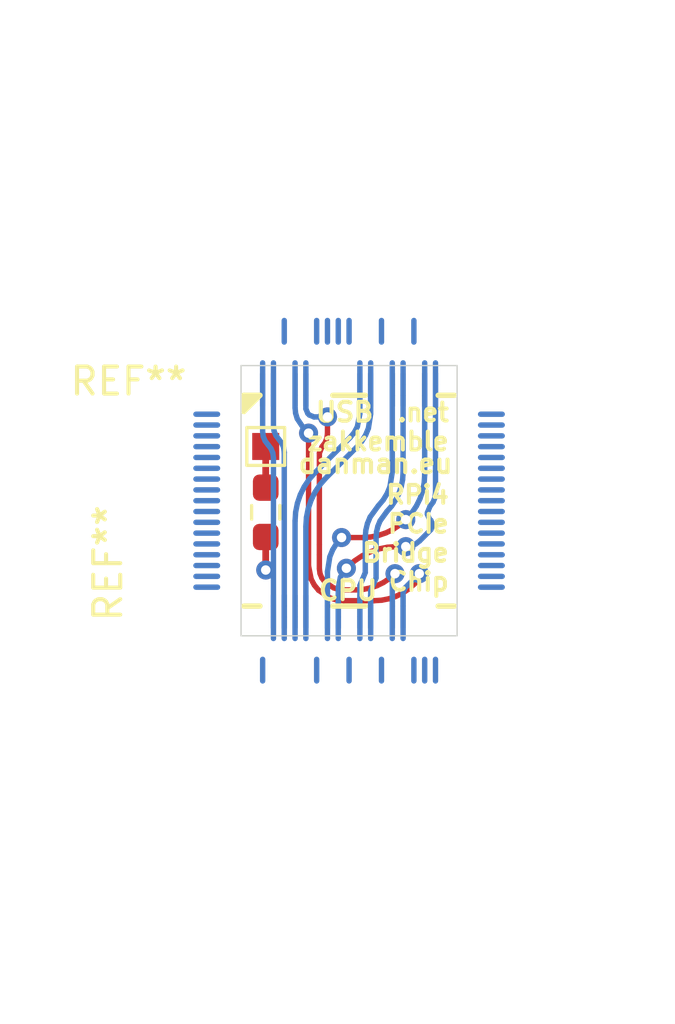
<source format=kicad_pcb>
(kicad_pcb (version 20201116) (generator pcbnew)
  (layers (0 "F.Cu" signal) (31 "B.Cu" signal) (34 "B.Paste" user) (35 "F.Paste" user) (36 "B.SilkS" user "B.Silkscreen") (37 "F.SilkS" user "F.Silkscreen") (38 "B.Mask" user) (39 "F.Mask" user) (44 "Edge.Cuts" user))
  (net 0 "")
  (net 1 "N$1")
  (net 2 "N$2")
  (net 3 "N$3")
  (net 4 "N$5")
  (net 5 "N$4")
  (net 6 "N$7")
  (net 7 "N$8")
  (net 8 "N$9")
  (net 9 "N$10")
  (net 10 "N$6")
  (net 11 "N$11")
  (net 12 "N$12")
  (footprint "TestPoint:TestPoint_Pad_1.0x1.0mm" (layer "F.Cu") (at 145.415 102.997)
    (fp_text reference "REF**" (at -5.08 -2.413) (layer "F.SilkS"))
    (fp_text value "TestPoint_Pad_1.0x1.0mm")
    (fp_line (start 0.7 -0.7) (end 0.7 0.7) (layer "F.SilkS") (width 0.12))
    (fp_line (start -0.7 -0.7) (end 0.7 -0.7) (layer "F.SilkS") (width 0.12))
    (fp_line (start 0.7 0.7) (end -0.7 0.7) (layer "F.SilkS") (width 0.12))
    (fp_line (start -0.7 0.7) (end -0.7 -0.7) (layer "F.SilkS") (width 0.12))
    (pad "1" smd rect (at 0 0) (size 1 1) (layers "F.Cu" "F.Mask"))
  )
  (footprint "" (layer "F.Cu") (at 148.59 104.648)
    (fp_text reference "@HOLE0" hide)
    (fp_text value "" (at 0 0) (layer "F.SilkS") (effects (font (size 1.27 1.27))))
    (pad "" np_thru_hole circle (at 0 0) (size 1 1) (drill 1) (layers *.Cu *.Mask))
  )
  (footprint "Resistor_SMD:R_0603_1608Metric_Pad0.98x0.95mm_HandSolder" (layer "F.Cu") (at 145.415 105.4335 90)
    (fp_text reference "REF**" (at -1.8815 -5.842 90) (layer "F.SilkS"))
    (fp_text value "R_0603_1608Metric_Pad0.98x0.95mm_HandSolder")
    (fp_line (start -0.254724 0.5225) (end 0.254724 0.5225) (layer "F.SilkS") (width 0.12))
    (fp_line (start -0.254724 -0.5225) (end 0.254724 -0.5225) (layer "F.SilkS") (width 0.12))
    (pad "1" smd roundrect (at -0.9125 0 90) (size 0.975 0.95) (layers "F.Cu" "F.Paste" "F.Mask") (net 1 "N$1"))
    (pad "2" smd roundrect (at 0.9125 0 90) (size 0.975 0.95) (layers "F.Cu" "F.Paste" "F.Mask"))
  )
  (footprint "PAD-QFN-0.4" (layer "B.Cu") (at 143.2311 107.0036 90)
    (fp_text reference "PAD14" hide)
    (fp_text value "PADQFN-0.4" hide)
    (pad "1" smd roundrect (at 0 0 90) (size 0.2 1) (layers "B.Cu" "B.Paste") (roundrect_rratio 0.5))
  )
  (footprint "PAD-QFN-0.4" (layer "B.Cu") (at 151.7011 111.2736 180)
    (fp_text reference "PAD34" hide)
    (fp_text value "PADQFN-0.4" hide)
    (pad "1" smd roundrect (at 0 0 180) (size 0.2 1) (layers "B.Cu" "B.Paste") (roundrect_rratio 0.5))
  )
  (footprint "PAD-QFN-0.4" (layer "B.Cu") (at 143.2311 103.4036 90)
    (fp_text reference "PAD5" hide)
    (fp_text value "PADQFN-0.4" hide)
    (pad "1" smd roundrect (at 0 0 90) (size 0.2 1) (layers "B.Cu" "B.Paste") (roundrect_rratio 0.5))
  )
  (footprint "PAD-QFN-0.4" (layer "B.Cu") (at 145.3011 100.3036 180)
    (fp_text reference "PAD69" hide)
    (fp_text value "PADQFN-0.4" hide)
    (pad "1" smd roundrect (at 0 0 180) (size 0.2 1) (layers "B.Cu" "B.Paste") (roundrect_rratio 0.5) (net 1 "N$1"))
  )
  (footprint "PAD-QFN-0.4" (layer "B.Cu") (at 153.7711 102.6036 90)
    (fp_text reference "PAD49" hide)
    (fp_text value "PADQFN-0.4" hide)
    (pad "1" smd roundrect (at 0 0 90) (size 0.2 1) (layers "B.Cu" "B.Paste") (roundrect_rratio 0.5))
  )
  (footprint "PAD-QFN-0.4" (layer "B.Cu") (at 148.9011 109.7036 180)
    (fp_text reference "PAD83" hide)
    (fp_text value "PADQFN-0.4" hide)
    (pad "1" smd roundrect (at 0 0 180) (size 0.2 1) (layers "B.Cu" "B.Paste") (roundrect_rratio 0.5) (net 6 "N$7"))
  )
  (footprint "PAD-QFN-0.4" (layer "B.Cu") (at 143.2311 107.8036 90)
    (fp_text reference "PAD16" hide)
    (fp_text value "PADQFN-0.4" hide)
    (pad "1" smd roundrect (at 0 0 90) (size 0.2 1) (layers "B.Cu" "B.Paste") (roundrect_rratio 0.5))
  )
  (footprint "PAD-QFN-0.4" (layer "B.Cu") (at 153.7711 105.4036 90)
    (fp_text reference "PAD42" hide)
    (fp_text value "PADQFN-0.4" hide)
    (pad "1" smd roundrect (at 0 0 90) (size 0.2 1) (layers "B.Cu" "B.Paste") (roundrect_rratio 0.5))
  )
  (footprint "PAD-QFN-0.4" (layer "B.Cu") (at 146.9011 108.9036 180)
    (fp_text reference "PAD22" hide)
    (fp_text value "PADQFN-0.4" hide)
    (pad "1" smd roundrect (at 0 0 180) (size 0.2 1) (layers "B.Cu" "B.Paste") (roundrect_rratio 0.5) (net 5 "N$4"))
  )
  (footprint "PAD-QFN-0.4" (layer "B.Cu") (at 147.7011 108.9036 180)
    (fp_text reference "PAD24" hide)
    (fp_text value "PADQFN-0.4" hide)
    (pad "1" smd roundrect (at 0 0 180) (size 0.2 1) (layers "B.Cu" "B.Paste") (roundrect_rratio 0.5) (net 8 "N$9"))
  )
  (footprint "PAD-QFN-0.4" (layer "B.Cu") (at 153.7711 105.0036 90)
    (fp_text reference "PAD43" hide)
    (fp_text value "PADQFN-0.4" hide)
    (pad "1" smd roundrect (at 0 0 90) (size 0.2 1) (layers "B.Cu" "B.Paste") (roundrect_rratio 0.5))
  )
  (footprint "PAD-QFN-0.4" (layer "B.Cu") (at 145.3011 101.1036 180)
    (fp_text reference "PAD68" hide)
    (fp_text value "PADQFN-0.4" hide)
    (pad "1" smd roundrect (at 0 0 180) (size 0.2 1) (layers "B.Cu" "B.Paste") (roundrect_rratio 0.5) (net 1 "N$1"))
  )
  (footprint "PAD-QFN-0.4" (layer "B.Cu") (at 153.7711 107.0036 90)
    (fp_text reference "PAD38" hide)
    (fp_text value "PADQFN-0.4" hide)
    (pad "1" smd roundrect (at 0 0 90) (size 0.2 1) (layers "B.Cu" "B.Paste") (roundrect_rratio 0.5))
  )
  (footprint "PAD-QFN-0.4" (layer "B.Cu") (at 145.3011 111.2736 180)
    (fp_text reference "PAD18" hide)
    (fp_text value "PADQFN-0.4" hide)
    (pad "1" smd roundrect (at 0 0 180) (size 0.2 1) (layers "B.Cu" "B.Paste") (roundrect_rratio 0.5))
  )
  (footprint "PAD-QFN-0.4" (layer "B.Cu") (at 149.7011 111.2736 180)
    (fp_text reference "PAD29" hide)
    (fp_text value "PADQFN-0.4" hide)
    (pad "1" smd roundrect (at 0 0 180) (size 0.2 1) (layers "B.Cu" "B.Paste") (roundrect_rratio 0.5))
  )
  (footprint "PAD-QFN-0.4" (layer "B.Cu") (at 147.3011 98.7336 180)
    (fp_text reference "PAD63" hide)
    (fp_text value "PADQFN-0.4" hide)
    (pad "1" smd roundrect (at 0 0 180) (size 0.2 1) (layers "B.Cu" "B.Paste") (roundrect_rratio 0.5))
  )
  (footprint "PAD-QFN-0.4" (layer "B.Cu") (at 146.5011 108.9036 180)
    (fp_text reference "PAD21" hide)
    (fp_text value "PADQFN-0.4" hide)
    (pad "1" smd roundrect (at 0 0 180) (size 0.2 1) (layers "B.Cu" "B.Paste") (roundrect_rratio 0.5) (net 3 "N$3"))
  )
  (footprint "PAD-QFN-0.4" (layer "B.Cu") (at 153.7711 106.2036 90)
    (fp_text reference "PAD40" hide)
    (fp_text value "PADQFN-0.4" hide)
    (pad "1" smd roundrect (at 0 0 90) (size 0.2 1) (layers "B.Cu" "B.Paste") (roundrect_rratio 0.5))
  )
  (footprint "PAD-QFN-0.4" (layer "B.Cu") (at 146.9011 100.3036 180)
    (fp_text reference "PAD88" hide)
    (fp_text value "PADQFN-0.4" hide)
    (pad "1" smd roundrect (at 0 0 180) (size 0.2 1) (layers "B.Cu" "B.Paste") (roundrect_rratio 0.5) (net 9 "N$10"))
  )
  (footprint "PAD-QFN-0.4" (layer "B.Cu") (at 147.3011 111.2736 180)
    (fp_text reference "PAD23" hide)
    (fp_text value "PADQFN-0.4" hide)
    (pad "1" smd roundrect (at 0 0 180) (size 0.2 1) (layers "B.Cu" "B.Paste") (roundrect_rratio 0.5))
  )
  (footprint "PAD-QFN-0.4" (layer "B.Cu") (at 143.2311 105.8036 90)
    (fp_text reference "PAD11" hide)
    (fp_text value "PADQFN-0.4" hide)
    (pad "1" smd roundrect (at 0 0 90) (size 0.2 1) (layers "B.Cu" "B.Paste") (roundrect_rratio 0.5))
  )
  (footprint "PAD-QFN-0.4" (layer "B.Cu") (at 143.2311 107.4036 90)
    (fp_text reference "PAD15" hide)
    (fp_text value "PADQFN-0.4" hide)
    (pad "1" smd roundrect (at 0 0 90) (size 0.2 1) (layers "B.Cu" "B.Paste") (roundrect_rratio 0.5))
  )
  (footprint "PAD-QFN-0.4" (layer "B.Cu") (at 153.7711 104.2036 90)
    (fp_text reference "PAD45" hide)
    (fp_text value "PADQFN-0.4" hide)
    (pad "1" smd roundrect (at 0 0 90) (size 0.2 1) (layers "B.Cu" "B.Paste") (roundrect_rratio 0.5))
  )
  (footprint "PAD-QFN-0.4" (layer "B.Cu") (at 143.2311 105.0036 90)
    (fp_text reference "PAD9" hide)
    (fp_text value "PADQFN-0.4" hide)
    (pad "1" smd roundrect (at 0 0 90) (size 0.2 1) (layers "B.Cu" "B.Paste") (roundrect_rratio 0.5))
  )
  (footprint "PAD-QFN-0.4" (layer "B.Cu") (at 150.5011 109.7036 180)
    (fp_text reference "PAD86" hide)
    (fp_text value "PADQFN-0.4" hide)
    (pad "1" smd roundrect (at 0 0 180) (size 0.2 1) (layers "B.Cu" "B.Paste") (roundrect_rratio 0.5) (net 10 "N$6"))
  )
  (footprint "PAD-QFN-0.4" (layer "B.Cu") (at 149.3011 101.1036 180)
    (fp_text reference "PAD58" hide)
    (fp_text value "PADQFN-0.4" hide)
    (pad "1" smd roundrect (at 0 0 180) (size 0.2 1) (layers "B.Cu" "B.Paste") (roundrect_rratio 0.5) (net 5 "N$4"))
  )
  (footprint "PAD-QFN-0.4" (layer "B.Cu") (at 146.9011 101.1036 180)
    (fp_text reference "PAD64" hide)
    (fp_text value "PADQFN-0.4" hide)
    (pad "1" smd roundrect (at 0 0 180) (size 0.2 1) (layers "B.Cu" "B.Paste") (roundrect_rratio 0.5) (net 9 "N$10"))
  )
  (footprint "PAD-QFN-0.4" (layer "B.Cu") (at 153.7711 103.0036 90)
    (fp_text reference "PAD48" hide)
    (fp_text value "PADQFN-0.4" hide)
    (pad "1" smd roundrect (at 0 0 90) (size 0.2 1) (layers "B.Cu" "B.Paste") (roundrect_rratio 0.5))
  )
  (footprint "PAD-QFN-0.4" (layer "B.Cu") (at 146.1011 108.9036 180)
    (fp_text reference "PAD20" hide)
    (fp_text value "PADQFN-0.4" hide)
    (pad "1" smd roundrect (at 0 0 180) (size 0.2 1) (layers "B.Cu" "B.Paste") (roundrect_rratio 0.5) (net 2 "N$2"))
  )
  (footprint "PAD-QFN-0.4" (layer "B.Cu") (at 147.7011 98.7336 180)
    (fp_text reference "PAD62" hide)
    (fp_text value "PADQFN-0.4" hide)
    (pad "1" smd roundrect (at 0 0 180) (size 0.2 1) (layers "B.Cu" "B.Paste") (roundrect_rratio 0.5) (net 12 "N$12"))
  )
  (footprint "PAD-QFN-0.4" (layer "B.Cu") (at 149.3011 100.3036 180)
    (fp_text reference "PAD72" hide)
    (fp_text value "PADQFN-0.4" hide)
    (pad "1" smd roundrect (at 0 0 180) (size 0.2 1) (layers "B.Cu" "B.Paste") (roundrect_rratio 0.5) (net 5 "N$4"))
  )
  (footprint "PAD-QFN-0.4" (layer "B.Cu") (at 143.2311 105.4036 90)
    (fp_text reference "PAD10" hide)
    (fp_text value "PADQFN-0.4" hide)
    (pad "1" smd roundrect (at 0 0 90) (size 0.2 1) (layers "B.Cu" "B.Paste") (roundrect_rratio 0.5))
  )
  (footprint "PAD-QFN-0.4" (layer "B.Cu") (at 146.1011 98.7336 180)
    (fp_text reference "PAD66" hide)
    (fp_text value "PADQFN-0.4" hide)
    (pad "1" smd roundrect (at 0 0 180) (size 0.2 1) (layers "B.Cu" "B.Paste") (roundrect_rratio 0.5))
  )
  (footprint "PAD-QFN-0.4" (layer "B.Cu") (at 148.5011 98.7336 180)
    (fp_text reference "PAD60" hide)
    (fp_text value "PADQFN-0.4" hide)
    (pad "1" smd roundrect (at 0 0 180) (size 0.2 1) (layers "B.Cu" "B.Paste") (roundrect_rratio 0.5))
  )
  (footprint "PAD-QFN-0.4" (layer "B.Cu") (at 143.2311 108.2036 90)
    (fp_text reference "PAD17" hide)
    (fp_text value "PADQFN-0.4" hide)
    (pad "1" smd roundrect (at 0 0 90) (size 0.2 1) (layers "B.Cu" "B.Paste") (roundrect_rratio 0.5))
  )
  (footprint "PAD-QFN-0.4" (layer "B.Cu") (at 153.7711 103.4036 90)
    (fp_text reference "PAD47" hide)
    (fp_text value "PADQFN-0.4" hide)
    (pad "1" smd roundrect (at 0 0 90) (size 0.2 1) (layers "B.Cu" "B.Paste") (roundrect_rratio 0.5))
  )
  (footprint "PAD-QFN-0.4" (layer "B.Cu") (at 143.2311 102.2036 90)
    (fp_text reference "PAD2" hide)
    (fp_text value "PADQFN-0.4" hide)
    (pad "1" smd roundrect (at 0 0 90) (size 0.2 1) (layers "B.Cu" "B.Paste") (roundrect_rratio 0.5))
  )
  (footprint "PAD-QFN-0.4" (layer "B.Cu") (at 146.5011 100.3036 180)
    (fp_text reference "PAD87" hide)
    (fp_text value "PADQFN-0.4" hide)
    (pad "1" smd roundrect (at 0 0 180) (size 0.2 1) (layers "B.Cu" "B.Paste") (roundrect_rratio 0.5) (net 10 "N$6"))
  )
  (footprint "PAD-QFN-0.4" (layer "B.Cu") (at 143.2311 101.8036 90)
    (fp_text reference "PAD1" hide)
    (fp_text value "PADQFN-0.4" hide)
    (pad "1" smd roundrect (at 0 0 90) (size 0.2 1) (layers "B.Cu" "B.Paste") (roundrect_rratio 0.5))
  )
  (footprint "PAD-QFN-0.4" (layer "B.Cu") (at 151.7011 100.3036 180)
    (fp_text reference "PAD76" hide)
    (fp_text value "PADQFN-0.4" hide)
    (pad "1" smd roundrect (at 0 0 180) (size 0.2 1) (layers "B.Cu" "B.Paste") (roundrect_rratio 0.5) (net 4 "N$5"))
  )
  (footprint "PAD-QFN-0.4" (layer "B.Cu") (at 150.5011 108.9036 180)
    (fp_text reference "PAD31" hide)
    (fp_text value "PADQFN-0.4" hide)
    (pad "1" smd roundrect (at 0 0 180) (size 0.2 1) (layers "B.Cu" "B.Paste") (roundrect_rratio 0.5) (net 10 "N$6"))
  )
  (footprint "PAD-QFN-0.4" (layer "B.Cu") (at 145.7011 100.3036 180)
    (fp_text reference "PAD70" hide)
    (fp_text value "PADQFN-0.4" hide)
    (pad "1" smd roundrect (at 0 0 180) (size 0.2 1) (layers "B.Cu" "B.Paste") (roundrect_rratio 0.5) (net 2 "N$2"))
  )
  (footprint "PAD-QFN-0.4" (layer "B.Cu") (at 153.7711 102.2036 90)
    (fp_text reference "PAD50" hide)
    (fp_text value "PADQFN-0.4" hide)
    (pad "1" smd roundrect (at 0 0 90) (size 0.2 1) (layers "B.Cu" "B.Paste") (roundrect_rratio 0.5))
  )
  (footprint "PAD-QFN-0.4" (layer "B.Cu") (at 143.2311 104.6036 90)
    (fp_text reference "PAD8" hide)
    (fp_text value "PADQFN-0.4" hide)
    (pad "1" smd roundrect (at 0 0 90) (size 0.2 1) (layers "B.Cu" "B.Paste") (roundrect_rratio 0.5))
  )
  (footprint "PAD-QFN-0.4" (layer "B.Cu") (at 148.1011 108.9036 180)
    (fp_text reference "PAD25" hide)
    (fp_text value "PADQFN-0.4" hide)
    (pad "1" smd roundrect (at 0 0 180) (size 0.2 1) (layers "B.Cu" "B.Paste") (roundrect_rratio 0.5) (net 4 "N$5"))
  )
  (footprint "PAD-QFN-0.4" (layer "B.Cu") (at 153.7711 107.4036 90)
    (fp_text reference "PAD37" hide)
    (fp_text value "PADQFN-0.4" hide)
    (pad "1" smd roundrect (at 0 0 90) (size 0.2 1) (layers "B.Cu" "B.Paste") (roundrect_rratio 0.5))
  )
  (footprint "PAD-QFN-0.4" (layer "B.Cu") (at 148.9011 108.9036 180)
    (fp_text reference "PAD27" hide)
    (fp_text value "PADQFN-0.4" hide)
    (pad "1" smd roundrect (at 0 0 180) (size 0.2 1) (layers "B.Cu" "B.Paste") (roundrect_rratio 0.5) (net 6 "N$7"))
  )
  (footprint "PAD-QFN-0.4" (layer "B.Cu") (at 150.1011 108.9036 180)
    (fp_text reference "PAD30" hide)
    (fp_text value "PADQFN-0.4" hide)
    (pad "1" smd roundrect (at 0 0 180) (size 0.2 1) (layers "B.Cu" "B.Paste") (roundrect_rratio 0.5) (net 9 "N$10"))
  )
  (footprint "PAD-QFN-0.4" (layer "B.Cu") (at 148.1011 98.7336 180)
    (fp_text reference "PAD61" hide)
    (fp_text value "PADQFN-0.4" hide)
    (pad "1" smd roundrect (at 0 0 180) (size 0.2 1) (layers "B.Cu" "B.Paste") (roundrect_rratio 0.5) (net 11 "N$11"))
  )
  (footprint "PAD-QFN-0.4" (layer "B.Cu") (at 149.3011 109.7036 180)
    (fp_text reference "PAD84" hide)
    (fp_text value "PADQFN-0.4" hide)
    (pad "1" smd roundrect (at 0 0 180) (size 0.2 1) (layers "B.Cu" "B.Paste") (roundrect_rratio 0.5) (net 7 "N$8"))
  )
  (footprint "PAD-QFN-0.4" (layer "B.Cu") (at 143.2311 102.6036 90)
    (fp_text reference "PAD3" hide)
    (fp_text value "PADQFN-0.4" hide)
    (pad "1" smd roundrect (at 0 0 90) (size 0.2 1) (layers "B.Cu" "B.Paste") (roundrect_rratio 0.5))
  )
  (footprint "PAD-QFN-0.4" (layer "B.Cu") (at 143.2311 103.8036 90)
    (fp_text reference "PAD6" hide)
    (fp_text value "PADQFN-0.4" hide)
    (pad "1" smd roundrect (at 0 0 90) (size 0.2 1) (layers "B.Cu" "B.Paste") (roundrect_rratio 0.5))
  )
  (footprint "PAD-QFN-0.4" (layer "B.Cu") (at 149.7011 98.7336 180)
    (fp_text reference "PAD57" hide)
    (fp_text value "PADQFN-0.4" hide)
    (pad "1" smd roundrect (at 0 0 180) (size 0.2 1) (layers "B.Cu" "B.Paste") (roundrect_rratio 0.5))
  )
  (footprint "PAD-QFN-0.4" (layer "B.Cu") (at 147.7011 109.7036 180)
    (fp_text reference "PAD81" hide)
    (fp_text value "PADQFN-0.4" hide)
    (pad "1" smd roundrect (at 0 0 180) (size 0.2 1) (layers "B.Cu" "B.Paste") (roundrect_rratio 0.5) (net 8 "N$9"))
  )
  (footprint "PAD-QFN-0.4" (layer "B.Cu") (at 148.5011 111.2736 180)
    (fp_text reference "PAD26" hide)
    (fp_text value "PADQFN-0.4" hide)
    (pad "1" smd roundrect (at 0 0 180) (size 0.2 1) (layers "B.Cu" "B.Paste") (roundrect_rratio 0.5))
  )
  (footprint "PAD-QFN-0.4" (layer "B.Cu") (at 153.7711 101.8036 90)
    (fp_text reference "PAD51" hide)
    (fp_text value "PADQFN-0.4" hide)
    (pad "1" smd roundrect (at 0 0 90) (size 0.2 1) (layers "B.Cu" "B.Paste") (roundrect_rratio 0.5))
  )
  (footprint "PAD-QFN-0.4" (layer "B.Cu") (at 146.1011 109.7036 180)
    (fp_text reference "PAD78" hide)
    (fp_text value "PADQFN-0.4" hide)
    (pad "1" smd roundrect (at 0 0 180) (size 0.2 1) (layers "B.Cu" "B.Paste") (roundrect_rratio 0.5) (net 2 "N$2"))
  )
  (footprint "PAD-QFN-0.4" (layer "B.Cu") (at 145.7011 108.9036 180)
    (fp_text reference "PAD19" hide)
    (fp_text value "PADQFN-0.4" hide)
    (pad "1" smd roundrect (at 0 0 180) (size 0.2 1) (layers "B.Cu" "B.Paste") (roundrect_rratio 0.5) (net 1 "N$1"))
  )
  (footprint "PAD-QFN-0.4" (layer "B.Cu") (at 150.5011 100.3036 180)
    (fp_text reference "PAD74" hide)
    (fp_text value "PADQFN-0.4" hide)
    (pad "1" smd roundrect (at 0 0 180) (size 0.2 1) (layers "B.Cu" "B.Paste") (roundrect_rratio 0.5) (net 7 "N$8"))
  )
  (footprint "PAD-QFN-0.4" (layer "B.Cu") (at 151.3011 111.2736 180)
    (fp_text reference "PAD33" hide)
    (fp_text value "PADQFN-0.4" hide)
    (pad "1" smd roundrect (at 0 0 180) (size 0.2 1) (layers "B.Cu" "B.Paste") (roundrect_rratio 0.5))
  )
  (footprint "PAD-QFN-0.4" (layer "B.Cu") (at 151.3011 100.3036 180)
    (fp_text reference "PAD75" hide)
    (fp_text value "PADQFN-0.4" hide)
    (pad "1" smd roundrect (at 0 0 180) (size 0.2 1) (layers "B.Cu" "B.Paste") (roundrect_rratio 0.5) (net 8 "N$9"))
  )
  (footprint "PAD-QFN-0.4" (layer "B.Cu") (at 145.7011 109.7036 180)
    (fp_text reference "PAD77" hide)
    (fp_text value "PADQFN-0.4" hide)
    (pad "1" smd roundrect (at 0 0 180) (size 0.2 1) (layers "B.Cu" "B.Paste") (roundrect_rratio 0.5) (net 1 "N$1"))
  )
  (footprint "PAD-QFN-0.4" (layer "B.Cu") (at 146.9011 109.7036 180)
    (fp_text reference "PAD80" hide)
    (fp_text value "PADQFN-0.4" hide)
    (pad "1" smd roundrect (at 0 0 180) (size 0.2 1) (layers "B.Cu" "B.Paste") (roundrect_rratio 0.5) (net 5 "N$4"))
  )
  (footprint "PAD-QFN-0.4" (layer "B.Cu") (at 146.5011 109.7036 180)
    (fp_text reference "PAD79" hide)
    (fp_text value "PADQFN-0.4" hide)
    (pad "1" smd roundrect (at 0 0 180) (size 0.2 1) (layers "B.Cu" "B.Paste") (roundrect_rratio 0.5) (net 3 "N$3"))
  )
  (footprint "PAD-QFN-0.4" (layer "B.Cu") (at 150.1011 101.1036 180)
    (fp_text reference "PAD56" hide)
    (fp_text value "PADQFN-0.4" hide)
    (pad "1" smd roundrect (at 0 0 180) (size 0.2 1) (layers "B.Cu" "B.Paste") (roundrect_rratio 0.5) (net 6 "N$7"))
  )
  (footprint "PAD-QFN-0.4" (layer "B.Cu") (at 149.3011 108.9036 180)
    (fp_text reference "PAD28" hide)
    (fp_text value "PADQFN-0.4" hide)
    (pad "1" smd roundrect (at 0 0 180) (size 0.2 1) (layers "B.Cu" "B.Paste") (roundrect_rratio 0.5) (net 7 "N$8"))
  )
  (footprint "PAD-QFN-0.4" (layer "B.Cu") (at 143.2311 106.6036 90)
    (fp_text reference "PAD13" hide)
    (fp_text value "PADQFN-0.4" hide)
    (pad "1" smd roundrect (at 0 0 90) (size 0.2 1) (layers "B.Cu" "B.Paste") (roundrect_rratio 0.5))
  )
  (footprint "PAD-QFN-0.4" (layer "B.Cu") (at 151.7011 101.1036 180)
    (fp_text reference "PAD52" hide)
    (fp_text value "PADQFN-0.4" hide)
    (pad "1" smd roundrect (at 0 0 180) (size 0.2 1) (layers "B.Cu" "B.Paste") (roundrect_rratio 0.5) (net 4 "N$5"))
  )
  (footprint "PAD-QFN-0.4" (layer "B.Cu") (at 148.9011 101.1036 180)
    (fp_text reference "PAD59" hide)
    (fp_text value "PADQFN-0.4" hide)
    (pad "1" smd roundrect (at 0 0 180) (size 0.2 1) (layers "B.Cu" "B.Paste") (roundrect_rratio 0.5) (net 3 "N$3"))
  )
  (footprint "PAD-QFN-0.4" (layer "B.Cu") (at 150.9011 111.2736 180)
    (fp_text reference "PAD32" hide)
    (fp_text value "PADQFN-0.4" hide)
    (pad "1" smd roundrect (at 0 0 180) (size 0.2 1) (layers "B.Cu" "B.Paste") (roundrect_rratio 0.5))
  )
  (footprint "PAD-QFN-0.4" (layer "B.Cu") (at 148.9011 100.3036 180)
    (fp_text reference "PAD71" hide)
    (fp_text value "PADQFN-0.4" hide)
    (pad "1" smd roundrect (at 0 0 180) (size 0.2 1) (layers "B.Cu" "B.Paste") (roundrect_rratio 0.5) (net 3 "N$3"))
  )
  (footprint "PAD-QFN-0.4" (layer "B.Cu") (at 150.5011 101.1036 180)
    (fp_text reference "PAD55" hide)
    (fp_text value "PADQFN-0.4" hide)
    (pad "1" smd roundrect (at 0 0 180) (size 0.2 1) (layers "B.Cu" "B.Paste") (roundrect_rratio 0.5) (net 7 "N$8"))
  )
  (footprint "PAD-QFN-0.4" (layer "B.Cu") (at 153.7711 107.8036 90)
    (fp_text reference "PAD36" hide)
    (fp_text value "PADQFN-0.4" hide)
    (pad "1" smd roundrect (at 0 0 90) (size 0.2 1) (layers "B.Cu" "B.Paste") (roundrect_rratio 0.5))
  )
  (footprint "PAD-QFN-0.4" (layer "B.Cu") (at 150.1011 100.3036 180)
    (fp_text reference "PAD73" hide)
    (fp_text value "PADQFN-0.4" hide)
    (pad "1" smd roundrect (at 0 0 180) (size 0.2 1) (layers "B.Cu" "B.Paste") (roundrect_rratio 0.5) (net 6 "N$7"))
  )
  (footprint "PAD-QFN-0.4" (layer "B.Cu") (at 150.9011 98.7336 180)
    (fp_text reference "PAD54" hide)
    (fp_text value "PADQFN-0.4" hide)
    (pad "1" smd roundrect (at 0 0 180) (size 0.2 1) (layers "B.Cu" "B.Paste") (roundrect_rratio 0.5))
  )
  (footprint "PAD-QFN-0.4" (layer "B.Cu") (at 153.7711 106.6036 90)
    (fp_text reference "PAD39" hide)
    (fp_text value "PADQFN-0.4" hide)
    (pad "1" smd roundrect (at 0 0 90) (size 0.2 1) (layers "B.Cu" "B.Paste") (roundrect_rratio 0.5))
  )
  (footprint "PAD-QFN-0.4" (layer "B.Cu") (at 146.5011 101.1036 180)
    (fp_text reference "PAD65" hide)
    (fp_text value "PADQFN-0.4" hide)
    (pad "1" smd roundrect (at 0 0 180) (size 0.2 1) (layers "B.Cu" "B.Paste") (roundrect_rratio 0.5) (net 10 "N$6"))
  )
  (footprint "PAD-QFN-0.4" (layer "B.Cu") (at 148.1011 109.7036 180)
    (fp_text reference "PAD82" hide)
    (fp_text value "PADQFN-0.4" hide)
    (pad "1" smd roundrect (at 0 0 180) (size 0.2 1) (layers "B.Cu" "B.Paste") (roundrect_rratio 0.5) (net 4 "N$5"))
  )
  (footprint "PAD-QFN-0.4" (layer "B.Cu") (at 143.2311 104.2036 90)
    (fp_text reference "PAD7" hide)
    (fp_text value "PADQFN-0.4" hide)
    (pad "1" smd roundrect (at 0 0 90) (size 0.2 1) (layers "B.Cu" "B.Paste") (roundrect_rratio 0.5))
  )
  (footprint "PAD-QFN-0.4" (layer "B.Cu") (at 143.2311 103.0036 90)
    (fp_text reference "PAD4" hide)
    (fp_text value "PADQFN-0.4" hide)
    (pad "1" smd roundrect (at 0 0 90) (size 0.2 1) (layers "B.Cu" "B.Paste") (roundrect_rratio 0.5))
  )
  (footprint "PAD-QFN-0.4" (layer "B.Cu") (at 151.3011 101.1036 180)
    (fp_text reference "PAD53" hide)
    (fp_text value "PADQFN-0.4" hide)
    (pad "1" smd roundrect (at 0 0 180) (size 0.2 1) (layers "B.Cu" "B.Paste") (roundrect_rratio 0.5) (net 8 "N$9"))
  )
  (footprint "PAD-QFN-0.4" (layer "B.Cu") (at 150.1011 109.7036 180)
    (fp_text reference "PAD85" hide)
    (fp_text value "PADQFN-0.4" hide)
    (pad "1" smd roundrect (at 0 0 180) (size 0.2 1) (layers "B.Cu" "B.Paste") (roundrect_rratio 0.5) (net 9 "N$10"))
  )
  (footprint "PAD-QFN-0.4" (layer "B.Cu") (at 153.7711 108.2036 90)
    (fp_text reference "PAD35" hide)
    (fp_text value "PADQFN-0.4" hide)
    (pad "1" smd roundrect (at 0 0 90) (size 0.2 1) (layers "B.Cu" "B.Paste") (roundrect_rratio 0.5))
  )
  (footprint "PAD-QFN-0.4" (layer "B.Cu") (at 153.7711 104.6036 90)
    (fp_text reference "PAD44" hide)
    (fp_text value "PADQFN-0.4" hide)
    (pad "1" smd roundrect (at 0 0 90) (size 0.2 1) (layers "B.Cu" "B.Paste") (roundrect_rratio 0.5))
  )
  (footprint "PAD-QFN-0.4" (layer "B.Cu") (at 145.7011 101.1036 180)
    (fp_text reference "PAD67" hide)
    (fp_text value "PADQFN-0.4" hide)
    (pad "1" smd roundrect (at 0 0 180) (size 0.2 1) (layers "B.Cu" "B.Paste") (roundrect_rratio 0.5) (net 2 "N$2"))
  )
  (footprint "PAD-QFN-0.4" (layer "B.Cu") (at 153.7711 105.8036 90)
    (fp_text reference "PAD41" hide)
    (fp_text value "PADQFN-0.4" hide)
    (pad "1" smd roundrect (at 0 0 90) (size 0.2 1) (layers "B.Cu" "B.Paste") (roundrect_rratio 0.5))
  )
  (footprint "PAD-QFN-0.4" (layer "B.Cu") (at 153.7711 103.8036 90)
    (fp_text reference "PAD46" hide)
    (fp_text value "PADQFN-0.4" hide)
    (pad "1" smd roundrect (at 0 0 90) (size 0.2 1) (layers "B.Cu" "B.Paste") (roundrect_rratio 0.5))
  )
  (footprint "PAD-QFN-0.4" (layer "B.Cu") (at 143.2311 106.2036 90)
    (fp_text reference "PAD12" hide)
    (fp_text value "PADQFN-0.4" hide)
    (pad "1" smd roundrect (at 0 0 90) (size 0.2 1) (layers "B.Cu" "B.Paste") (roundrect_rratio 0.5))
  )
  (gr_line (start 149.1011 101.1036) (end 147.9011 101.1036) (layer "F.SilkS") (width 0.2))
  (gr_line (start 144.6011 101.7036) (end 145.2011 101.1036) (layer "F.SilkS") (width 0.2))
  (gr_line (start 145.2011 108.9036) (end 144.6011 108.9036) (layer "F.SilkS") (width 0.2))
  (gr_line (start 144.7011 101.4036) (end 144.9011 101.2036) (layer "F.SilkS") (width 0.2))
  (gr_line (start 145.2011 101.1036) (end 144.6011 101.1036) (layer "F.SilkS") (width 0.2))
  (gr_line (start 152.4011 108.9036) (end 151.8011 108.9036) (layer "F.SilkS") (width 0.2))
  (gr_line (start 144.9011 101.2036) (end 144.7011 101.2036) (layer "F.SilkS") (width 0.2))
  (gr_line (start 144.6011 101.1036) (end 144.6011 101.7036) (layer "F.SilkS") (width 0.2))
  (gr_line (start 149.1011 108.9036) (end 147.9011 108.9036) (layer "F.SilkS") (width 0.2))
  (gr_line (start 144.6011 101.1036) (end 144.7011 101.4036) (layer "F.SilkS") (width 0.2))
  (gr_line (start 152.4011 101.1036) (end 151.8011 101.1036) (layer "F.SilkS") (width 0.2))
  (gr_line (start 144.5011 100.0036) (end 152.5011 100.0036) (layer "Edge.Cuts") (width 0.05))
  (gr_line (start 144.5011 110.0036) (end 152.5011 110.0036) (layer "Edge.Cuts") (width 0.05))
  (gr_line (start 152.5011 100.0036) (end 152.5011 110.0036) (layer "Edge.Cuts") (width 0.05))
  (gr_line (start 144.5011 110.0036) (end 144.5011 100.0036) (layer "Edge.Cuts") (width 0.05))
  (gr_text ".net\nzakkemble" (at 152.273 101.346) (layer "F.SilkS") (effects (font (size 0.666496 0.666496) (thickness 0.146304)) (justify right top)))
  (gr_text "danman.eu\n" (at 149.479 103.632) (layer "F.SilkS") (effects (font (size 0.7 0.7))))
  (gr_text "RPi4\nPCIe\nBridge\nChip" (at 152.273 104.394) (layer "F.SilkS") (effects (font (size 0.666496 0.666496) (thickness 0.146304)) (justify right top)))
  (gr_text "USB" (at 148.336 101.727) (layer "F.SilkS") (effects (font (size 0.7 0.7))))
  (gr_text "CPU" (at 148.463 108.331) (layer "F.SilkS") (effects (font (size 0.7 0.7))))
  (segment (start 145.415 104.521) (end 145.415 102.997) (width 0.25) (layer "F.Cu") (net 0))
  (segment (start 145.415 107.569) (end 145.415 106.346) (width 0.25) (layer "F.Cu") (net 1))
  (via (at 145.415 107.569) (size 0.7056) (drill 0.35) (layers "F.Cu" "B.Cu") (net 1))
  (segment (start 145.7011 109.7036) (end 145.7011 108.9036) (width 0.2) (layer "B.Cu") (net 1))
  (segment (start 145.3011 102.450757) (end 145.3011 101.1036) (width 0.2) (layer "B.Cu") (net 1))
  (segment (start 145.3011 100.3036) (end 145.3011 101.1036) (width 0.2) (layer "B.Cu") (net 1))
  (segment (start 145.5011 102.9336) (end 145.392584 102.792178) (width 0.2) (layer "B.Cu") (net 1))
  (segment (start 145.392584 102.792178) (end 145.324368 102.62749) (width 0.2) (layer "B.Cu") (net 1))
  (segment (start 145.5011 102.9336) (end 145.5011 102.9336) (width 0.2) (layer "B.Cu") (net 1))
  (segment (start 145.7011 108.9036) (end 145.7011 103.416444) (width 0.2) (layer "B.Cu") (net 1))
  (segment (start 145.677833 103.239711) (end 145.609616 103.075022) (width 0.2) (layer "B.Cu") (net 1))
  (segment (start 145.7011 103.416444) (end 145.7011 103.416445) (width 0.2) (layer "B.Cu") (net 1))
  (segment (start 145.7011 103.416445) (end 145.677833 103.239711) (width 0.2) (layer "B.Cu") (net 1))
  (segment (start 145.609616 103.075022) (end 145.5011 102.9336) (width 0.2) (layer "B.Cu") (net 1))
  (segment (start 145.324368 102.62749) (end 145.3011 102.450757) (width 0.2) (layer "B.Cu") (net 1))
  (segment (start 145.724368 102.42749) (end 145.7011 102.250757) (width 0.2) (layer "B.Cu") (net 2))
  (segment (start 146.077833 103.039711) (end 146.009616 102.875022) (width 0.2) (layer "B.Cu") (net 2))
  (segment (start 145.7011 100.3036) (end 145.7011 101.1036) (width 0.2) (layer "B.Cu") (net 2))
  (segment (start 146.009616 102.875022) (end 145.9011 102.7336) (width 0.2) (layer "B.Cu") (net 2))
  (segment (start 146.1011 103.216444) (end 146.1011 103.216445) (width 0.2) (layer "B.Cu") (net 2))
  (segment (start 145.7011 102.250757) (end 145.7011 101.1036) (width 0.2) (layer "B.Cu") (net 2))
  (segment (start 145.9011 102.7336) (end 145.792584 102.592178) (width 0.2) (layer "B.Cu") (net 2))
  (segment (start 146.1011 108.9036) (end 146.1011 103.216444) (width 0.2) (layer "B.Cu") (net 2))
  (segment (start 145.792584 102.592178) (end 145.724368 102.42749) (width 0.2) (layer "B.Cu") (net 2))
  (segment (start 146.1011 109.7036) (end 146.1011 108.9036) (width 0.2) (layer "B.Cu") (net 2))
  (segment (start 145.9011 102.7336) (end 145.9011 102.7336) (width 0.2) (layer "B.Cu") (net 2))
  (segment (start 146.1011 103.216445) (end 146.077833 103.039711) (width 0.2) (layer "B.Cu") (net 2))
  (segment (start 146.694447 104.783687) (end 146.841397 104.485702) (width 0.2) (layer "B.Cu") (net 3))
  (segment (start 146.5011 109.7036) (end 146.5011 108.9036) (width 0.2) (layer "B.Cu") (net 3))
  (segment (start 148.539993 102.664707) (end 148.539993 102.664708) (width 0.2) (layer "B.Cu") (net 3))
  (segment (start 147.025984 104.209448) (end 147.24505 103.95965) (width 0.2) (layer "B.Cu") (net 3))
  (segment (start 148.9011 100.3036) (end 148.9011 101.1036) (width 0.2) (layer "B.Cu") (net 3))
  (segment (start 146.5011 108.9036) (end 146.5011 105.755704) (width 0.2) (layer "B.Cu") (net 3))
  (segment (start 146.5011 105.755704) (end 146.52283 105.424167) (width 0.2) (layer "B.Cu") (net 3))
  (segment (start 148.807251 102.264728) (end 148.9011 101.792919) (width 0.2) (layer "B.Cu") (net 3))
  (segment (start 146.587649 105.098302) (end 146.694447 104.783687) (width 0.2) (layer "B.Cu") (net 3))
  (segment (start 146.5011 105.755704) (end 146.5011 105.755704) (width 0.2) (layer "B.Cu") (net 3))
  (segment (start 147.24505 103.95965) (end 148.539993 102.664707) (width 0.2) (layer "B.Cu") (net 3))
  (segment (start 148.693319 102.477879) (end 148.807251 102.264728) (width 0.2) (layer "B.Cu") (net 3))
  (segment (start 148.539993 102.664708) (end 148.693319 102.477879) (width 0.2) (layer "B.Cu") (net 3))
  (segment (start 146.52283 105.424167) (end 146.587649 105.098302) (width 0.2) (layer "B.Cu") (net 3))
  (segment (start 146.841397 104.485702) (end 147.025984 104.209448) (width 0.2) (layer "B.Cu") (net 3))
  (segment (start 148.9011 101.792919) (end 148.9011 101.1036) (width 0.2) (layer "B.Cu") (net 3))
  (segment (start 148.45715 107.44755) (end 148.45715 107.44755) (width 0.2) (layer "F.Cu") (net 4))
  (segment (start 148.983202 107.043896) (end 149.281186 106.896947) (width 0.2) (layer "F.Cu") (net 4))
  (segment (start 148.45715 107.44755) (end 148.706947 107.228484) (width 0.2) (layer "F.Cu") (net 4))
  (segment (start 149.281186 106.896947) (end 149.595802 106.790149) (width 0.2) (layer "F.Cu") (net 4))
  (segment (start 150.253203 106.7036) (end 150.6011 106.7036) (width 0.2) (layer "F.Cu") (net 4))
  (segment (start 148.706947 107.228484) (end 148.983202 107.043896) (width 0.2) (layer "F.Cu") (net 4))
  (segment (start 148.4011 107.5036) (end 148.45715 107.44755) (width 0.2) (layer "F.Cu") (net 4))
  (segment (start 149.921666 106.725331) (end 150.253203 106.7036) (width 0.2) (layer "F.Cu") (net 4))
  (segment (start 149.595802 106.790149) (end 149.921666 106.725331) (width 0.2) (layer "F.Cu") (net 4))
  (via (at 148.4011 107.5036) (size 0.7056) (drill 0.35) (layers "F.Cu" "B.Cu") (net 4))
  (via (at 150.6011 106.7036) (size 0.7056) (drill 0.35) (layers "F.Cu" "B.Cu") (net 4))
  (segment (start 148.179067 107.835896) (end 148.1011 108.227866) (width 0.2) (layer "B.Cu") (net 4))
  (segment (start 151.53039 105.732891) (end 151.53039 105.732891) (width 0.2) (layer "B.Cu") (net 4))
  (segment (start 151.4011 105.445022) (end 151.4011 105.5036) (width 0.2) (layer "B.Cu") (net 4))
  (segment (start 151.677833 104.89749) (end 151.609617 105.062179) (width 0.2) (layer "B.Cu") (net 4))
  (segment (start 151.53039 106.07431) (end 151.113234 106.491466) (width 0.2) (layer "B.Cu") (net 4))
  (segment (start 151.4011 105.503601) (end 151.471809 105.67431) (width 0.2) (layer "B.Cu") (net 4))
  (segment (start 151.7011 104.720757) (end 151.677833 104.89749) (width 0.2) (layer "B.Cu") (net 4))
  (segment (start 148.4011 107.5036) (end 148.4011 107.5036) (width 0.2) (layer "B.Cu") (net 4))
  (segment (start 151.5011 105.2036) (end 151.5011 105.2036) (width 0.2) (layer "B.Cu") (net 4))
  (segment (start 151.7011 104.720757) (end 151.7011 104.720757) (width 0.2) (layer "B.Cu") (net 4))
  (segment (start 151.5011 105.2036) (end 151.4011 105.445022) (width 0.2) (layer "B.Cu") (net 4))
  (segment (start 151.7011 100.3036) (end 151.7011 101.1036) (width 0.2) (layer "B.Cu") (net 4))
  (segment (start 151.113234 106.491466) (end 151.113234 106.491466) (width 0.2) (layer "B.Cu") (net 4))
  (segment (start 150.963234 106.606566) (end 150.788554 106.678921) (width 0.2) (layer "B.Cu") (net 4))
  (segment (start 148.273719 107.658814) (end 148.179067 107.835896) (width 0.2) (layer "B.Cu") (net 4))
  (segment (start 150.788554 106.678921) (end 150.6011 106.7036) (width 0.2) (layer "B.Cu") (net 4))
  (segment (start 148.1011 109.7036) (end 148.1011 108.9036) (width 0.2) (layer "B.Cu") (net 4))
  (segment (start 148.4011 107.5036) (end 148.273719 107.658814) (width 0.2) (layer "B.Cu") (net 4))
  (segment (start 151.471809 105.67431) (end 151.53039 105.732891) (width 0.2) (layer "B.Cu") (net 4))
  (segment (start 151.609617 105.062179) (end 151.5011 105.2036) (width 0.2) (layer "B.Cu") (net 4))
  (segment (start 151.6011 105.9036) (end 151.6011 105.9036) (width 0.2) (layer "B.Cu") (net 4))
  (segment (start 148.1011 108.227866) (end 148.1011 108.9036) (width 0.2) (layer "B.Cu") (net 4))
  (segment (start 151.53039 105.732891) (end 151.6011 105.9036) (width 0.2) (layer "B.Cu") (net 4))
  (segment (start 151.4011 105.5036) (end 151.4011 105.503601) (width 0.2) (layer "B.Cu") (net 4))
  (segment (start 151.113234 106.491466) (end 150.963234 106.606566) (width 0.2) (layer "B.Cu") (net 4))
  (segment (start 151.6011 105.9036) (end 151.53039 106.07431) (width 0.2) (layer "B.Cu") (net 4))
  (segment (start 151.7011 101.1036) (end 151.7011 104.720757) (width 0.2) (layer "B.Cu") (net 4))
  (segment (start 149.3011 100.3036) (end 149.3011 101.1036) (width 0.2) (layer "B.Cu") (net 5))
  (segment (start 147.094447 104.983687) (end 147.241397 104.685702) (width 0.2) (layer "B.Cu") (net 5))
  (segment (start 146.9011 105.955704) (end 146.92283 105.624167) (width 0.2) (layer "B.Cu") (net 5))
  (segment (start 147.241397 104.685702) (end 147.425984 104.409448) (width 0.2) (layer "B.Cu") (net 5))
  (segment (start 147.425984 104.409448) (end 147.64505 104.15965) (width 0.2) (layer "B.Cu") (net 5))
  (segment (start 146.9011 109.7036) (end 146.9011 108.9036) (width 0.2) (layer "B.Cu") (net 5))
  (segment (start 146.9011 106.0036) (end 146.9011 105.955704) (width 0.2) (layer "B.Cu") (net 5))
  (segment (start 148.798571 103.006129) (end 148.79857 103.00613) (width 0.2) (layer "B.Cu") (net 5))
  (segment (start 146.987649 105.298302) (end 147.094447 104.983687) (width 0.2) (layer "B.Cu") (net 5))
  (segment (start 149.3011 101.792919) (end 149.3011 101.1036) (width 0.2) (layer "B.Cu") (net 5))
  (segment (start 147.64505 104.15965) (end 148.798571 103.006129) (width 0.2) (layer "B.Cu") (net 5))
  (segment (start 146.9011 105.955704) (end 146.9011 105.955704) (width 0.2) (layer "B.Cu") (net 5))
  (segment (start 148.973422 102.801405) (end 149.114095 102.571848) (width 0.2) (layer "B.Cu") (net 5))
  (segment (start 146.92283 105.624167) (end 146.987649 105.298302) (width 0.2) (layer "B.Cu") (net 5))
  (segment (start 146.9011 108.9036) (end 146.9011 106.0036) (width 0.2) (layer "B.Cu") (net 5))
  (segment (start 149.217125 102.323112) (end 149.3011 101.792919) (width 0.2) (layer "B.Cu") (net 5))
  (segment (start 149.114095 102.571848) (end 149.217125 102.323112) (width 0.2) (layer "B.Cu") (net 5))
  (segment (start 148.79857 103.00613) (end 148.973422 102.801405) (width 0.2) (layer "B.Cu") (net 5))
  (segment (start 150.014206 104.486836) (end 150.1011 103.93821) (width 0.2) (layer "B.Cu") (net 6))
  (segment (start 148.9011 109.7036) (end 148.9011 108.9036) (width 0.2) (layer "B.Cu") (net 6))
  (segment (start 149.907594 104.74422) (end 150.014206 104.486836) (width 0.2) (layer "B.Cu") (net 6))
  (segment (start 149.5811 105.1936) (end 149.76203 104.981758) (width 0.2) (layer "B.Cu") (net 6))
  (segment (start 150.1011 103.93821) (end 150.1011 101.1036) (width 0.2) (layer "B.Cu") (net 6))
  (segment (start 148.9011 108.145022) (end 148.9011 108.145022) (width 0.2) (layer "B.Cu") (net 6))
  (segment (start 150.1011 100.3036) (end 150.1011 101.1036) (width 0.2) (layer "B.Cu") (net 6))
  (segment (start 149.18131 105.845998) (end 149.279721 105.608413) (width 0.2) (layer "B.Cu") (net 6))
  (segment (start 149.0011 107.9036) (end 149.1011 107.662179) (width 0.2) (layer "B.Cu") (net 6))
  (segment (start 149.1011 106.352422) (end 149.1011 106.352422) (width 0.2) (layer "B.Cu") (net 6))
  (segment (start 149.5811 105.1936) (end 149.5811 105.1936) (width 0.2) (layer "B.Cu") (net 6))
  (segment (start 148.9011 108.9036) (end 148.9011 108.145022) (width 0.2) (layer "B.Cu") (net 6))
  (segment (start 149.0011 107.9036) (end 149.0011 107.9036) (width 0.2) (layer "B.Cu") (net 6))
  (segment (start 149.121277 106.096054) (end 149.18131 105.845998) (width 0.2) (layer "B.Cu") (net 6))
  (segment (start 149.1011 106.352422) (end 149.121277 106.096054) (width 0.2) (layer "B.Cu") (net 6))
  (segment (start 148.9011 108.145022) (end 149.0011 107.9036) (width 0.2) (layer "B.Cu") (net 6))
  (segment (start 149.279721 105.608413) (end 149.5811 105.1936) (width 0.2) (layer "B.Cu") (net 6))
  (segment (start 149.1011 107.662179) (end 149.1011 106.352422) (width 0.2) (layer "B.Cu") (net 6))
  (segment (start 149.76203 104.981758) (end 149.907594 104.74422) (width 0.2) (layer "B.Cu") (net 6))
  (segment (start 149.567942 105.947265) (end 149.649951 105.749277) (width 0.2) (layer "B.Cu") (net 7))
  (segment (start 150.483575 104.222459) (end 150.5011 103.955072) (width 0.2) (layer "B.Cu") (net 7))
  (segment (start 149.3011 109.7036) (end 149.3011 108.9036) (width 0.2) (layer "B.Cu") (net 7))
  (segment (start 149.5011 107.862179) (end 149.5011 106.369285) (width 0.2) (layer "B.Cu") (net 7))
  (segment (start 149.3011 108.345022) (end 149.4011 108.1036) (width 0.2) (layer "B.Cu") (net 7))
  (segment (start 149.649951 105.749277) (end 149.9011 105.4036) (width 0.2) (layer "B.Cu") (net 7))
  (segment (start 149.9011 105.4036) (end 150.077778 105.202137) (width 0.2) (layer "B.Cu") (net 7))
  (segment (start 150.345165 104.73901) (end 150.431298 104.48527) (width 0.2) (layer "B.Cu") (net 7))
  (segment (start 149.517914 106.155645) (end 149.567942 105.947265) (width 0.2) (layer "B.Cu") (net 7))
  (segment (start 149.3011 108.345022) (end 149.3011 108.345022) (width 0.2) (layer "B.Cu") (net 7))
  (segment (start 150.5011 100.3036) (end 150.5011 101.1036) (width 0.2) (layer "B.Cu") (net 7))
  (segment (start 149.9011 105.4036) (end 149.9011 105.4036) (width 0.2) (layer "B.Cu") (net 7))
  (segment (start 149.5011 106.369285) (end 149.517914 106.155645) (width 0.2) (layer "B.Cu") (net 7))
  (segment (start 150.5011 101.1036) (end 150.5011 103.955072) (width 0.2) (layer "B.Cu") (net 7))
  (segment (start 149.4011 108.1036) (end 149.4011 108.1036) (width 0.2) (layer "B.Cu") (net 7))
  (segment (start 150.077778 105.202137) (end 150.226649 104.979336) (width 0.2) (layer "B.Cu") (net 7))
  (segment (start 149.4011 108.1036) (end 149.5011 107.862179) (width 0.2) (layer "B.Cu") (net 7))
  (segment (start 150.226649 104.979336) (end 150.345165 104.73901) (width 0.2) (layer "B.Cu") (net 7))
  (segment (start 150.431298 104.48527) (end 150.483575 104.222459) (width 0.2) (layer "B.Cu") (net 7))
  (segment (start 149.3011 108.9036) (end 149.3011 108.345022) (width 0.2) (layer "B.Cu") (net 7))
  (segment (start 149.5011 106.369285) (end 149.5011 106.369285) (width 0.2) (layer "B.Cu") (net 7))
  (segment (start 149.866056 106.194741) (end 150.131859 106.063661) (width 0.2) (layer "F.Cu") (net 8))
  (segment (start 148.223281 106.367207) (end 148.999012 106.367207) (width 0.2) (layer "F.Cu") (net 8))
  (segment (start 149.585417 106.290005) (end 149.866056 106.194741) (width 0.2) (layer "F.Cu") (net 8))
  (segment (start 148.999012 106.367207) (end 149.294745 106.347823) (width 0.2) (layer "F.Cu") (net 8))
  (segment (start 150.131859 106.063661) (end 150.378279 105.899008) (width 0.2) (layer "F.Cu") (net 8))
  (segment (start 150.378279 105.899008) (end 150.6011 105.7036) (width 0.2) (layer "F.Cu") (net 8))
  (segment (start 149.294745 106.347823) (end 149.585417 106.290005) (width 0.2) (layer "F.Cu") (net 8))
  (segment (start 148.999012 106.367207) (end 148.999012 106.367207) (width 0.2) (layer "F.Cu") (net 8))
  (via (at 148.223281 106.367207) (size 0.7056) (drill 0.35) (layers "F.Cu" "B.Cu") (net 8))
  (via (at 150.6011 105.7036) (size 0.7056) (drill 0.35) (layers "F.Cu" "B.Cu") (net 8))
  (segment (start 151.281435 104.351522) (end 151.3011 104.051497) (width 0.2) (layer "B.Cu") (net 8))
  (segment (start 151.126131 104.931125) (end 151.222777 104.646413) (width 0.2) (layer "B.Cu") (net 8))
  (segment (start 150.826106 105.450784) (end 150.993149 105.200787) (width 0.2) (layer "B.Cu") (net 8))
  (segment (start 147.895417 106.818473) (end 147.788357 107.076938) (width 0.2) (layer "B.Cu") (net 8))
  (segment (start 151.3011 100.3036) (end 151.3011 101.1036) (width 0.2) (layer "B.Cu") (net 8))
  (segment (start 147.7011 107.627866) (end 147.7011 108.9036) (width 0.2) (layer "B.Cu") (net 8))
  (segment (start 147.788357 107.076938) (end 147.7011 107.627866) (width 0.2) (layer "B.Cu") (net 8))
  (segment (start 150.627862 105.676838) (end 150.826106 105.450784) (width 0.2) (layer "B.Cu") (net 8))
  (segment (start 151.222777 104.646413) (end 151.281435 104.351522) (width 0.2) (layer "B.Cu") (net 8))
  (segment (start 148.041591 106.579938) (end 147.895417 106.818473) (width 0.2) (layer "B.Cu") (net 8))
  (segment (start 151.3011 101.1036) (end 151.3011 104.051497) (width 0.2) (layer "B.Cu") (net 8))
  (segment (start 150.627862 105.676838) (end 150.627862 105.676838) (width 0.2) (layer "B.Cu") (net 8))
  (segment (start 147.7011 109.7036) (end 147.7011 108.9036) (width 0.2) (layer "B.Cu") (net 8))
  (segment (start 150.6011 105.7036) (end 150.627862 105.676838) (width 0.2) (layer "B.Cu") (net 8))
  (segment (start 150.993149 105.200787) (end 151.126131 104.931125) (width 0.2) (layer "B.Cu") (net 8))
  (segment (start 148.223281 106.367207) (end 148.041591 106.579938) (width 0.2) (layer "B.Cu") (net 8))
  (segment (start 148.223281 106.367207) (end 148.223281 106.367207) (width 0.2) (layer "B.Cu") (net 8))
  (segment (start 148.752571 108.3036) (end 148.3011 108.3036) (width 0.2) (layer "F.Cu") (net 9))
  (segment (start 147.6011 108.0036) (end 147.492584 107.862178) (width 0.2) (layer "F.Cu") (net 9))
  (segment (start 147.931547 108.230092) (end 147.618256 108.020757) (width 0.2) (layer "F.Cu") (net 9))
  (segment (start 147.5011 103.0036) (end 147.5011 103.0036) (width 0.2) (layer "F.Cu") (net 9))
  (segment (start 147.609616 102.862179) (end 147.677832 102.69749) (width 0.2) (layer "F.Cu") (net 9))
  (segment (start 147.4011 103.245022) (end 147.4011 103.245022) (width 0.2) (layer "F.Cu") (net 9))
  (segment (start 149.019958 108.286075) (end 148.752571 108.3036) (width 0.2) (layer "F.Cu") (net 9))
  (segment (start 147.677832 102.69749) (end 147.7011 102.520757) (width 0.2) (layer "F.Cu") (net 9))
  (segment (start 147.5011 103.0036) (end 147.609616 102.862179) (width 0.2) (layer "F.Cu") (net 9))
  (segment (start 147.7011 102.520757) (end 147.7011 101.9036) (width 0.2) (layer "F.Cu") (net 9))
  (segment (start 148.112703 108.285045) (end 147.931547 108.230092) (width 0.2) (layer "F.Cu") (net 9))
  (segment (start 150.2011 107.7036) (end 150.2011 107.7036) (width 0.2) (layer "F.Cu") (net 9))
  (segment (start 149.28277 108.233799) (end 149.019958 108.286075) (width 0.2) (layer "F.Cu") (net 9))
  (segment (start 148.3011 108.3036) (end 148.301099 108.3036) (width 0.2) (layer "F.Cu") (net 9))
  (segment (start 148.301099 108.3036) (end 148.112703 108.285045) (width 0.2) (layer "F.Cu") (net 9))
  (segment (start 147.618256 108.020757) (end 147.6011 108.0036) (width 0.2) (layer "F.Cu") (net 9))
  (segment (start 147.4011 106.627866) (end 147.4011 107.0036) (width 0.2) (layer "F.Cu") (net 9))
  (segment (start 149.536509 108.147666) (end 149.28277 108.233799) (width 0.2) (layer "F.Cu") (net 9))
  (segment (start 147.4011 107.520757) (end 147.4011 107.0036) (width 0.2) (layer "F.Cu") (net 9))
  (segment (start 149.999637 107.880279) (end 149.776836 108.02915) (width 0.2) (layer "F.Cu") (net 9))
  (segment (start 147.424368 107.69749) (end 147.4011 107.520757) (width 0.2) (layer "F.Cu") (net 9))
  (segment (start 149.776836 108.02915) (end 149.536509 108.147666) (width 0.2) (layer "F.Cu") (net 9))
  (segment (start 147.4011 106.627866) (end 147.4011 103.245022) (width 0.2) (layer "F.Cu") (net 9))
  (segment (start 147.492584 107.862178) (end 147.424368 107.69749) (width 0.2) (layer "F.Cu") (net 9))
  (segment (start 147.4011 103.245022) (end 147.5011 103.0036) (width 0.2) (layer "F.Cu") (net 9))
  (segment (start 150.2011 107.7036) (end 149.999637 107.880279) (width 0.2) (layer "F.Cu") (net 9))
  (segment (start 147.6011 108.0036) (end 147.6011 108.0036) (width 0.2) (layer "F.Cu") (net 9))
  (via (at 150.2011 107.7036) (size 0.7056) (drill 0.35) (layers "F.Cu" "B.Cu") (net 9))
  (via (at 147.7011 101.9036) (size 0.7056) (drill 0.35) (layers "F.Cu" "B.Cu") (net 9))
  (segment (start 146.971809 101.77431) (end 147.03039 101.832891) (width 0.2) (layer "B.Cu") (net 9))
  (segment (start 150.1011 109.7036) (end 150.1011 108.9036) (width 0.2) (layer "B.Cu") (net 9))
  (segment (start 147.2011 101.9036) (end 147.201099 101.9036) (width 0.2) (layer "B.Cu") (net 9))
  (segment (start 147.03039 101.832891) (end 147.03039 101.832891) (width 0.2) (layer "B.Cu") (net 9))
  (segment (start 147.201099 101.9036) (end 147.201106 101.903604) (width 0.2) (layer "B.Cu") (net 9))
  (segment (start 146.9011 101.6036) (end 146.9011 101.603601) (width 0.2) (layer "B.Cu") (net 9))
  (segment (start 150.1011 107.945022) (end 150.2011 107.7036) (width 0.2) (layer "B.Cu") (net 9))
  (segment (start 146.9011 101.603601) (end 146.971809 101.77431) (width 0.2) (layer "B.Cu") (net 9))
  (segment (start 147.03039 101.832891) (end 147.2011 101.9036) (width 0.2) (layer "B.Cu") (net 9))
  (segment (start 150.1011 108.9036) (end 150.1011 107.945022) (width 0.2) (layer "B.Cu") (net 9))
  (segment (start 150.1011 107.945022) (end 150.1011 107.945022) (width 0.2) (layer "B.Cu") (net 9))
  (segment (start 147.201106 101.903604) (end 147.7011 101.9036) (width 0.2) (layer "B.Cu") (net 9))
  (segment (start 146.9011 100.3036) (end 146.9011 101.1036) (width 0.2) (layer "B.Cu") (net 9))
  (segment (start 146.9011 101.1036) (end 146.9011 101.6036) (width 0.2) (layer "B.Cu") (net 9))
  (segment (start 149.708208 108.685721) (end 149.435415 108.7036) (width 0.2) (layer "F.Cu") (net 10))
  (segment (start 147.097826 107.907036) (end 147.0011 107.420757) (width 0.2) (layer "F.Cu") (net 10))
  (segment (start 150.913231 108.09147) (end 150.707694 108.27172) (width 0.2) (layer "F.Cu") (net 10))
  (segment (start 147.798967 108.60372) (end 147.373281 108.319285) (width 0.2) (layer "F.Cu") (net 10))
  (segment (start 150.235203 108.544513) (end 149.976333 108.632388) (width 0.2) (layer "F.Cu") (net 10))
  (segment (start 147.215252 108.126725) (end 147.097826 107.907036) (width 0.2) (layer "F.Cu") (net 10))
  (segment (start 147.0011 102.5036) (end 147.0011 107.420757) (width 0.2) (layer "F.Cu") (net 10))
  (segment (start 151.084647 107.828569) (end 151.036411 107.945022) (width 0.2) (layer "F.Cu") (net 10))
  (segment (start 147.373281 108.319285) (end 147.215252 108.126725) (width 0.2) (layer "F.Cu") (net 10))
  (segment (start 148.3011 108.7036) (end 148.301099 108.7036) (width 0.2) (layer "F.Cu") (net 10))
  (segment (start 151.036411 107.945022) (end 150.959678 108.045022) (width 0.2) (layer "F.Cu") (net 10))
  (segment (start 148.301099 108.7036) (end 148.045115 108.678388) (width 0.2) (layer "F.Cu") (net 10))
  (segment (start 148.045115 108.678388) (end 147.798967 108.60372) (width 0.2) (layer "F.Cu") (net 10))
  (segment (start 150.913231 108.091469) (end 150.913231 108.09147) (width 0.2) (layer "F.Cu") (net 10))
  (segment (start 147.373281 108.319285) (end 147.373281 108.319285) (width 0.2) (layer "F.Cu") (net 10))
  (segment (start 151.1011 107.7036) (end 151.1011 107.7036) (width 0.2) (layer "F.Cu") (net 10))
  (segment (start 150.480388 108.423601) (end 150.235203 108.544513) (width 0.2) (layer "F.Cu") (net 10))
  (segment (start 149.976333 108.632388) (end 149.708208 108.685721) (width 0.2) (layer "F.Cu") (net 10))
  (segment (start 150.959678 108.045022) (end 150.913231 108.091469) (width 0.2) (layer "F.Cu") (net 10))
  (segment (start 150.707694 108.27172) (end 150.480388 108.423601) (width 0.2) (layer "F.Cu") (net 10))
  (segment (start 149.435415 108.7036) (end 148.3011 108.7036) (width 0.2) (layer "F.Cu") (net 10))
  (segment (start 151.1011 107.7036) (end 151.084647 107.828569) (width 0.2) (layer "F.Cu") (net 10))
  (via (at 151.1011 107.7036) (size 0.7056) (drill 0.35) (layers "F.Cu" "B.Cu") (net 10))
  (via (at 147.0011 102.5036) (size 0.7056) (drill 0.35) (layers "F.Cu" "B.Cu") (net 10))
  (segment (start 150.5011 108.9036) (end 150.5011 109.7036) (width 0.2) (layer "B.Cu") (net 10))
  (segment (start 150.5011 108.4036) (end 150.5011 108.403599) (width 0.2) (layer "B.Cu") (net 10))
  (segment (start 146.5011 101.562179) (end 146.5011 101.56218) (width 0.2) (layer "B.Cu") (net 10))
  (segment (start 150.5011 108.403599) (end 150.571809 108.232891) (width 0.2) (layer "B.Cu") (net 10))
  (segment (start 146.5011 101.1036) (end 146.5011 101.562179) (width 0.2) (layer "B.Cu") (net 10))
  (segment (start 146.521577 101.770085) (end 146.58222 101.97) (width 0.2) (layer "B.Cu") (net 10))
  (segment (start 146.58222 101.97) (end 146.813231 102.315732) (width 0.2) (layer "B.Cu") (net 10))
  (segment (start 146.813231 102.315732) (end 147.0011 102.5036) (width 0.2) (layer "B.Cu") (net 10))
  (segment (start 150.5011 108.9036) (end 150.5011 108.4036) (width 0.2) (layer "B.Cu") (net 10))
  (segment (start 150.571809 108.232891) (end 151.1011 107.7036) (width 0.2) (layer "B.Cu") (net 10))
  (segment (start 146.5011 101.56218) (end 146.521577 101.770085) (width 0.2) (layer "B.Cu") (net 10))
  (segment (start 146.5011 100.3036) (end 146.5011 101.1036) (width 0.2) (layer "B.Cu") (net 10))
)
</source>
